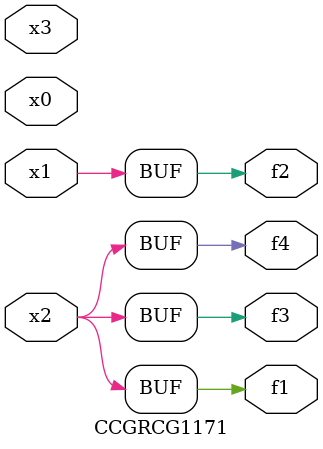
<source format=v>
module CCGRCG1171(
	input x0, x1, x2, x3,
	output f1, f2, f3, f4
);
	assign f1 = x2;
	assign f2 = x1;
	assign f3 = x2;
	assign f4 = x2;
endmodule

</source>
